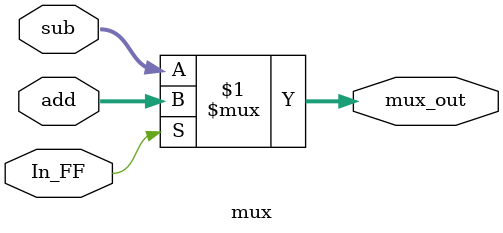
<source format=v>
`timescale 1ns / 1ps

module mux(input In_FF, input [7:0]add, input [7:0]sub, output [7:0]mux_out);
    
    assign mux_out = (In_FF)?(add):(sub); 
    
endmodule

</source>
